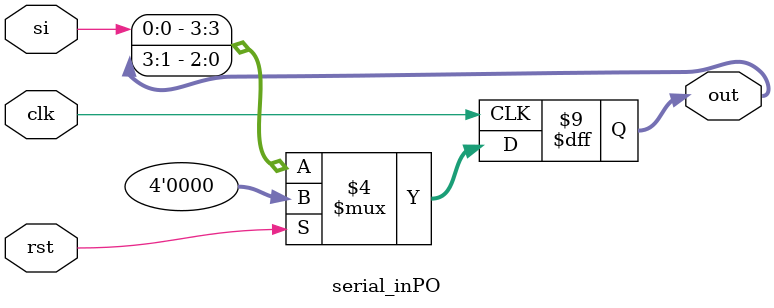
<source format=sv>
module serial_inPO( si,clk,rst,out);
  
  input si,clk,rst;
  
  output reg[3:0] out;
  reg [3:0]q;
  
  always @(posedge clk)begin 
    
    if(rst)begin 
       out <= 0;
    end 
    
    else begin 
      q = out >> 1;
      out = {si,q[2:0]};
    end 
    
  end
  
  
endmodule

</source>
